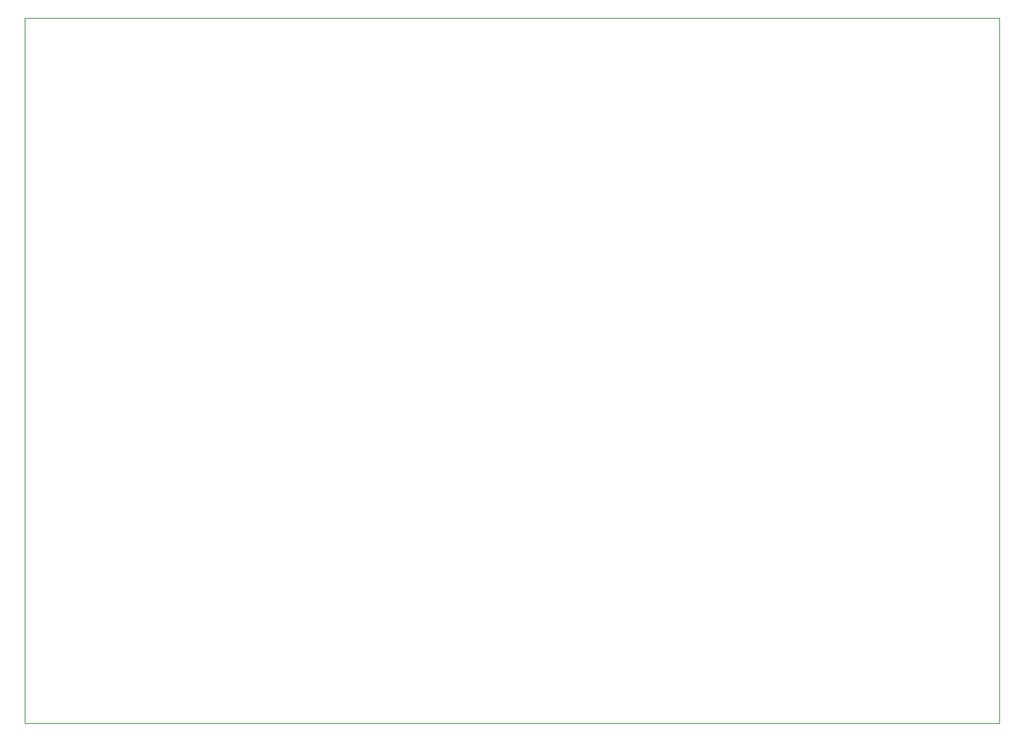
<source format=gbr>
%TF.GenerationSoftware,KiCad,Pcbnew,7.0.7*%
%TF.CreationDate,2024-09-02T11:23:26-05:00*%
%TF.ProjectId,Module_RPI,4d6f6475-6c65-45f5-9250-492e6b696361,rev?*%
%TF.SameCoordinates,Original*%
%TF.FileFunction,Profile,NP*%
%FSLAX46Y46*%
G04 Gerber Fmt 4.6, Leading zero omitted, Abs format (unit mm)*
G04 Created by KiCad (PCBNEW 7.0.7) date 2024-09-02 11:23:26*
%MOMM*%
%LPD*%
G01*
G04 APERTURE LIST*
%TA.AperFunction,Profile*%
%ADD10C,0.100000*%
%TD*%
G04 APERTURE END LIST*
D10*
X49200000Y-136900000D02*
X51700000Y-136900000D01*
X49200000Y-93900000D02*
X49200000Y-136200000D01*
X159400000Y-83100000D02*
X159400000Y-59000000D01*
X155700000Y-136900000D02*
X159400000Y-136900000D01*
X159150000Y-57100000D02*
X51450000Y-57100000D01*
X49200000Y-93900000D02*
X49200000Y-57100000D01*
X49200000Y-57100000D02*
X51450000Y-57100000D01*
X49200000Y-136200000D02*
X49200000Y-136900000D01*
X159400000Y-59000000D02*
X159400000Y-57100000D01*
X159400000Y-57100000D02*
X159150000Y-57100000D01*
X159400000Y-83100000D02*
X159400000Y-136900000D01*
X155700000Y-136900000D02*
X51700000Y-136900000D01*
M02*

</source>
